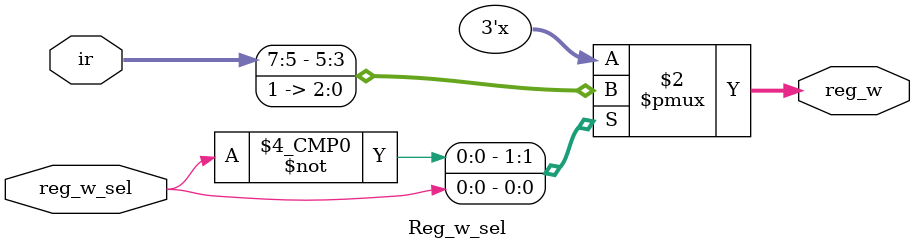
<source format=sv>

module Reg_in_sel(reg_in, ALU_out, mdr, opB, ir, opA, pc, reg_in_data);
	input  [2:0]  reg_in;
	input  [15:0] ALU_out, mdr, ir, opA, opB, pc;
	output logic [15:0] reg_in_data;

	// RegIn Sel
	always_comb begin
		case(reg_in)
			0: reg_in_data = ALU_out;
			1: reg_in_data = mdr;
			2: reg_in_data = opB;
			3: reg_in_data = {ir[15]?7'b1111111:7'd0, ir[15:8]}; // mvi 
			4: reg_in_data = {ir[15:8], opA[7:0]}; // mvhi
			5: reg_in_data = pc;
			default: reg_in_data = 0;
		endcase // reg_in
	end
endmodule

module Alu_1_sel(alu_1, pc, opA, alu_in_A);
	input  alu_1;
	input  [15:0] pc, opA;
	output logic [15:0] alu_in_A;
	// ALU 1 Sel
	always_comb begin
		case(alu_1)
			0: alu_in_A = pc;
			1: alu_in_A = opA;
		endcase // ALU_1_Sel
	end
endmodule

module Alu_2_sel(alu_2,opB,ir,alu_in_B);
	input  [1:0]  alu_2;
	input  [15:0] opB,ir;
	output logic [15:0] alu_in_B;
	// ALU 2 Sel
	always_comb begin
		case(alu_2)
			0: alu_in_B = 2;
			1: alu_in_B = opB;
			2: alu_in_B = ({ir[15]?4'b1111:4'd0, ir[15:5]} << 1); // imm11
			3: alu_in_B = {ir[15]?7'b1111111:7'd0, ir[15:8]}; // imm8
		endcase // ALU_2_Sel
	end
endmodule

module Addr_sel(addr_sel,pc,opB,mem_addr);
	input  addr_sel;
	input  [15:0] pc, opB;
	output logic [15:0] mem_addr;
	// ADDR Sel
	always_comb begin
		case(addr_sel)
			0: mem_addr = pc;
			1: mem_addr = opB;
		endcase // addr_sel
	end
endmodule

module Pc_sel(pc_sel,ALU_out_wire,opA,pc_wire);
	input  pc_sel;
	input  [15:0] ALU_out_wire, opA;
	output logic [15:0] pc_wire;
	// PC Sel
	always_comb begin
		case(pc_sel)
			0:  pc_wire = ALU_out_wire; // Normal PC increment, branch instruction not from register
			1:  pc_wire = opA; // Branch instruction from register
		endcase // addr_sel
	end
endmodule

module Reg_w_sel(reg_w_sel,ir,reg_w);
	input  reg_w_sel;
	input  [15:0] ir;
	output logic [2:0] reg_w;
	// Reg w Sel
	always_comb begin
		case(reg_w_sel)
			0:  reg_w = ir[7:5]; 
			1:  reg_w = 3'b111; // Select R7 to store PC
		endcase // addr_sel
	end
endmodule

</source>
